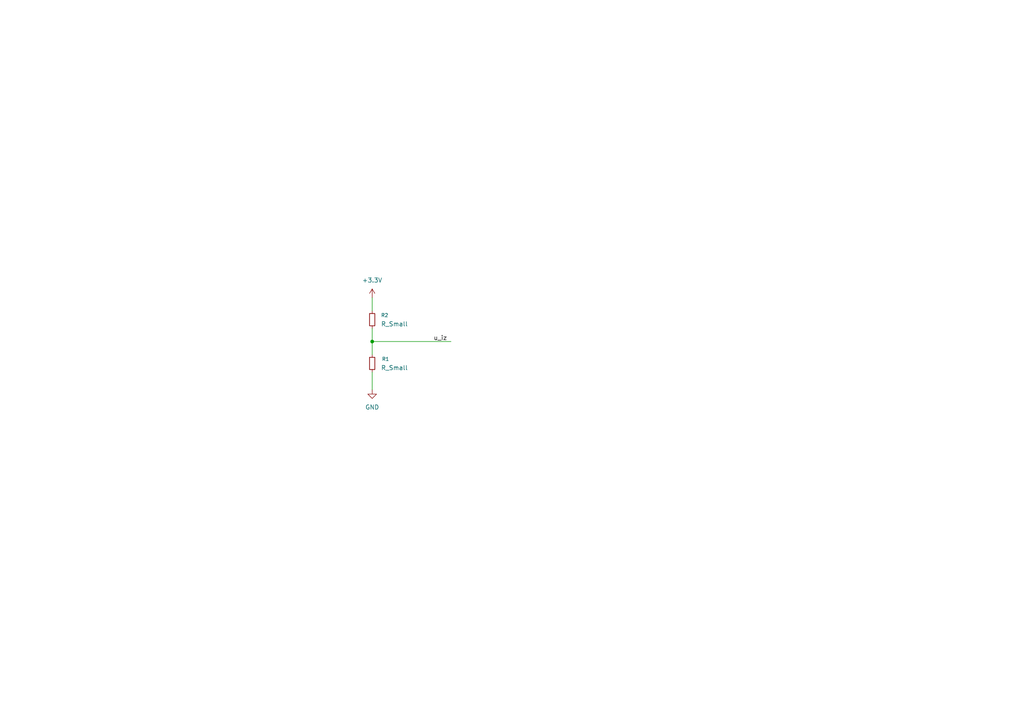
<source format=kicad_sch>
(kicad_sch (version 20250114) (generator "eeschema") (generator_version "9.0")
  (paper "A4")
  (title_block (title "BCD Brojač") (date "2025-10-21") (rev "0") (company "TVZ") (comment 1 "Izradio: Marko Ptiček"))
  (lib_symbols
    (symbol "Device:R_Small" (pin_numbers (hide yes)) (pin_names (offset 0.254) (hide yes))
      (property "Reference" "R" (at 0 0 90))
      (property "Value" "R_Small" (at 1.778 0 90))
      (symbol "R_Small_0_1"
        (rectangle (start -0.762 1.778) (end 0.762 -1.778) (stroke (width 0.2032)))
      )
      (symbol "R_Small_1_1"
        (pin passive line (at 0 2.54 270) (length 0.762) (name "~") (number "1"))
        (pin passive line (at 0 -2.54 90) (length 0.762) (name "~") (number "2"))
      )
    )
    (symbol "power:+3.3V" (power) (pin_numbers (hide yes)) (pin_names (offset 0) (hide yes))
      (property "Value" "+3.3V" (at 0 3.556 0))
      (symbol "+3.3V_0_1"
        (polyline (pts (xy -0.762 1.27) (xy 0 2.54)))
        (polyline (pts (xy 0 2.54) (xy 0.762 1.27)))
        (polyline (pts (xy 0 0) (xy 0 2.54)))
      )
      (symbol "+3.3V_1_1"
        (pin power_in line (at 0 0 90) (length 0) (name "~") (number "1"))
      )
    )
    (symbol "power:GND" (power) (pin_numbers (hide yes)) (pin_names (offset 0) (hide yes))
      (property "Value" "GND" (at 0 -3.81 0))
      (symbol "GND_0_1"
        (polyline (pts (xy 0 0) (xy 0 -1.27) (xy 1.27 -1.27) (xy 0 -2.54) (xy -1.27 -1.27) (xy 0 -1.27)))
      )
      (symbol "GND_1_1"
        (pin power_in line (at 0 0 270) (length 0) (name "~") (number "1"))
      )
    )
  )
  (junction (at 107.95 99.06))
  (wire (pts (xy 107.95 86.36) (xy 107.95 90.17)))
  (wire (pts (xy 107.95 99.06) (xy 107.95 102.87)))
  (wire (pts (xy 107.95 99.06) (xy 130.81 99.06)))
  (wire (pts (xy 107.95 107.95) (xy 107.95 113.03)))
  (wire (pts (xy 107.95 95.25) (xy 107.95 99.06)))
  (label "u_iz" (at 125.73 99.06 0))
  (symbol (lib_id "Device:R_Small") (at 107.95 92.71 0) (unit 1)
    (property "Reference" "R2" (at 110.49 91.4399 0) (effects (font (size 1.016 1.016)) (justify left)))
    (property "Value" "R_Small" (at 110.49 93.9799 0) (effects (justify left)))
    (property "Description" "Resistor, small symbol" (effects (hide yes)))
  )
  (symbol (lib_id "power:GND") (at 107.95 113.03 0) (unit 1)
    (property "Reference" "#PWR02" (effects (hide yes)))
    (property "Value" "GND" (at 107.95 118.11 0))
    (property "Description" "Power symbol creates a global label with name \"GND\" , ground" (effects (hide yes)))
  )
  (symbol (lib_id "Device:R_Small") (at 107.95 105.41 0) (unit 1)
    (property "Reference" "R1" (at 110.744 104.14 0) (effects (font (size 1.016 1.016)) (justify left)))
    (property "Value" "R_Small" (at 110.49 106.6799 0) (effects (justify left)))
    (property "Description" "Resistor, small symbol" (effects (hide yes)))
  )
  (symbol (lib_id "power:+3.3V") (at 107.95 86.36 0) (unit 1)
    (property "Reference" "#PWR01" (effects (hide yes)))
    (property "Value" "+3.3V" (at 107.95 81.28 0))
    (property "Description" "Power symbol creates a global label with name \"+3.3V\"" (effects (hide yes)))
  )
)
</source>
